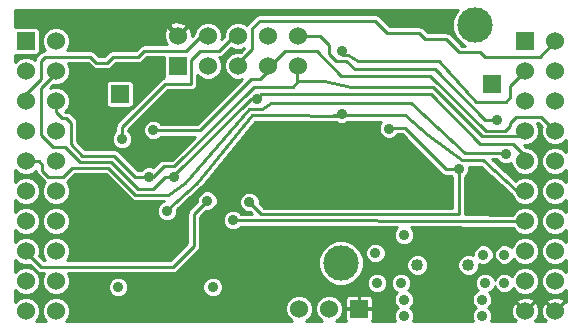
<source format=gbl>
G04 (created by PCBNEW (2013-07-07 BZR 4022)-stable) date 05/03/2014 08:07:49*
%MOIN*%
G04 Gerber Fmt 3.4, Leading zero omitted, Abs format*
%FSLAX34Y34*%
G01*
G70*
G90*
G04 APERTURE LIST*
%ADD10C,0.00590551*%
%ADD11R,0.06X0.06*%
%ADD12C,0.06*%
%ADD13C,0.11811*%
%ADD14C,0.04*%
%ADD15C,0.035*%
%ADD16C,0.01*%
%ADD17C,0.00984252*%
G04 APERTURE END LIST*
G54D10*
G54D11*
X81100Y-69900D03*
G54D12*
X80100Y-69900D03*
X79100Y-69900D03*
G54D11*
X85550Y-62400D03*
X73120Y-62740D03*
G54D13*
X80500Y-68375D03*
X84975Y-60450D03*
G54D14*
X83050Y-68450D03*
X84750Y-68450D03*
G54D15*
X73076Y-69181D03*
X76225Y-69181D03*
G54D11*
X75060Y-61800D03*
G54D12*
X75060Y-60800D03*
X76060Y-61800D03*
X76060Y-60800D03*
X77060Y-61800D03*
X77060Y-60800D03*
X78060Y-61800D03*
X78060Y-60800D03*
X79060Y-61800D03*
X79060Y-60800D03*
G54D11*
X70000Y-60984D03*
G54D12*
X71000Y-60984D03*
X70000Y-61984D03*
X71000Y-61984D03*
X70000Y-62984D03*
X71000Y-62984D03*
X70000Y-63984D03*
X71000Y-63984D03*
X70000Y-64984D03*
X71000Y-64984D03*
X70000Y-65984D03*
X71000Y-65984D03*
X70000Y-66984D03*
X71000Y-66984D03*
X70000Y-67984D03*
X71000Y-67984D03*
X70000Y-68984D03*
X71000Y-68984D03*
X70000Y-69984D03*
X71000Y-69984D03*
G54D11*
X86650Y-60984D03*
G54D12*
X87650Y-60984D03*
X86650Y-61984D03*
X87650Y-61984D03*
X86650Y-62984D03*
X87650Y-62984D03*
X86650Y-63984D03*
X87650Y-63984D03*
X86650Y-64984D03*
X87650Y-64984D03*
X86650Y-65984D03*
X87650Y-65984D03*
X86650Y-66984D03*
X87650Y-66984D03*
X86650Y-67984D03*
X87650Y-67984D03*
X86650Y-68984D03*
X87650Y-68984D03*
X86650Y-69984D03*
X87650Y-69984D03*
G54D15*
X73200Y-64250D03*
X80550Y-61300D03*
X85700Y-63600D03*
X86000Y-64750D03*
X76900Y-66950D03*
X74250Y-63950D03*
X77700Y-62900D03*
X74950Y-65500D03*
X74100Y-65500D03*
X80520Y-63400D03*
X74700Y-66650D03*
X82100Y-63900D03*
X84425Y-65250D03*
X76050Y-66300D03*
X77450Y-66350D03*
X82480Y-64620D03*
X80720Y-63860D03*
X72400Y-69500D03*
X77600Y-69500D03*
X77600Y-68500D03*
X71850Y-65550D03*
X77300Y-65050D03*
X77700Y-65450D03*
X71800Y-69500D03*
X72400Y-69000D03*
X77600Y-69000D03*
X78300Y-69500D03*
X83880Y-69880D03*
X87150Y-66500D03*
X74675Y-62975D03*
X77100Y-68200D03*
X78400Y-67600D03*
X72500Y-60550D03*
X72450Y-61300D03*
X76150Y-62975D03*
X85200Y-70150D03*
X85200Y-69600D03*
X81700Y-69050D03*
X82500Y-69050D03*
X82600Y-69600D03*
X82600Y-70150D03*
X82600Y-67450D03*
X85250Y-68100D03*
X85950Y-69050D03*
X85300Y-69050D03*
X85950Y-68100D03*
X81650Y-68050D03*
G54D16*
X76050Y-60800D02*
X75850Y-60800D01*
X72350Y-61700D02*
X72700Y-61700D01*
X72700Y-61700D02*
X72900Y-61500D01*
X72900Y-61500D02*
X73750Y-61500D01*
X72150Y-61500D02*
X72350Y-61700D01*
X70650Y-61500D02*
X72150Y-61500D01*
X70500Y-62250D02*
X70500Y-61650D01*
X70000Y-62750D02*
X70500Y-62250D01*
X70000Y-62750D02*
X70000Y-62984D01*
X70500Y-61650D02*
X70650Y-61500D01*
X73950Y-61300D02*
X73750Y-61500D01*
X75350Y-61300D02*
X73950Y-61300D01*
X75850Y-60800D02*
X75350Y-61300D01*
X77550Y-60650D02*
X77550Y-60550D01*
X87134Y-61500D02*
X87650Y-60984D01*
X85300Y-61500D02*
X87134Y-61500D01*
X85150Y-61350D02*
X85300Y-61500D01*
X84450Y-61350D02*
X85150Y-61350D01*
X84000Y-60900D02*
X84450Y-61350D01*
X83300Y-60900D02*
X84000Y-60900D01*
X83100Y-60700D02*
X83300Y-60900D01*
X82050Y-60700D02*
X83100Y-60700D01*
X81650Y-60300D02*
X82050Y-60700D01*
X77800Y-60300D02*
X81650Y-60300D01*
X77550Y-60550D02*
X77800Y-60300D01*
X77050Y-61800D02*
X77050Y-61750D01*
X77550Y-61250D02*
X77550Y-60650D01*
X77550Y-60650D02*
X77550Y-60630D01*
X77050Y-61750D02*
X77550Y-61250D01*
X75500Y-62400D02*
X74650Y-62400D01*
X76950Y-60800D02*
X76450Y-61300D01*
X76450Y-61300D02*
X75800Y-61300D01*
X75800Y-61300D02*
X75500Y-61600D01*
X75500Y-61600D02*
X75500Y-62400D01*
X76950Y-60800D02*
X77050Y-60800D01*
X73200Y-63850D02*
X73200Y-64250D01*
X74650Y-62400D02*
X73200Y-63850D01*
X81065Y-61634D02*
X83784Y-61634D01*
X86150Y-62484D02*
X86650Y-61984D01*
X86150Y-62850D02*
X86150Y-62484D01*
X86000Y-63000D02*
X86150Y-62850D01*
X85000Y-63000D02*
X86000Y-63000D01*
X83784Y-61634D02*
X85000Y-63000D01*
X80550Y-61300D02*
X80430Y-61300D01*
X80730Y-61450D02*
X81065Y-61634D01*
X80580Y-61450D02*
X80730Y-61450D01*
X80430Y-61300D02*
X80580Y-61450D01*
X81065Y-61634D02*
X81080Y-61650D01*
X79050Y-60800D02*
X79800Y-60800D01*
X83650Y-61900D02*
X80975Y-61900D01*
X83650Y-61900D02*
X85300Y-63600D01*
X85300Y-63600D02*
X85700Y-63600D01*
X80975Y-61900D02*
X80675Y-61650D01*
X80350Y-61650D02*
X80675Y-61650D01*
X80100Y-61400D02*
X80350Y-61650D01*
X80100Y-61100D02*
X80100Y-61400D01*
X79800Y-60800D02*
X80100Y-61100D01*
X85200Y-64700D02*
X85950Y-64700D01*
X82850Y-63050D02*
X84645Y-64700D01*
X84645Y-64700D02*
X85200Y-64700D01*
X78180Y-63050D02*
X81100Y-63050D01*
X77880Y-63250D02*
X78180Y-63050D01*
X77450Y-63250D02*
X77880Y-63250D01*
X75300Y-65700D02*
X77450Y-63250D01*
X81100Y-63050D02*
X82850Y-63050D01*
X85950Y-64700D02*
X86000Y-64750D01*
X70000Y-64984D02*
X70434Y-64984D01*
X74750Y-66100D02*
X75300Y-65700D01*
X73650Y-66100D02*
X74750Y-66100D01*
X72750Y-65200D02*
X73650Y-66100D01*
X71550Y-65200D02*
X72750Y-65200D01*
X71250Y-65500D02*
X71550Y-65200D01*
X70750Y-65500D02*
X71250Y-65500D01*
X70550Y-65300D02*
X70750Y-65500D01*
X70550Y-65100D02*
X70550Y-65300D01*
X70434Y-64984D02*
X70550Y-65100D01*
X76900Y-66950D02*
X86650Y-66984D01*
X79450Y-61300D02*
X79700Y-61300D01*
X78150Y-61800D02*
X78650Y-61300D01*
X78650Y-61300D02*
X79450Y-61300D01*
X78050Y-61800D02*
X78150Y-61800D01*
X87166Y-63500D02*
X87650Y-63984D01*
X86350Y-63500D02*
X87166Y-63500D01*
X86150Y-63700D02*
X86350Y-63500D01*
X86150Y-63800D02*
X86150Y-63700D01*
X85980Y-63969D02*
X86150Y-63800D01*
X85350Y-63969D02*
X85980Y-63969D01*
X83480Y-62150D02*
X85350Y-63969D01*
X80500Y-62150D02*
X83480Y-62150D01*
X79700Y-61300D02*
X80500Y-62150D01*
X78050Y-61800D02*
X78050Y-62000D01*
X75800Y-63950D02*
X74250Y-63950D01*
X77500Y-62250D02*
X75800Y-63950D01*
X77800Y-62250D02*
X77500Y-62250D01*
X78050Y-62000D02*
X77800Y-62250D01*
X74950Y-65500D02*
X74950Y-65450D01*
X77500Y-62900D02*
X77700Y-62900D01*
X74950Y-65450D02*
X77500Y-62900D01*
X86650Y-64984D02*
X86650Y-64800D01*
X86650Y-64800D02*
X86250Y-64400D01*
X86250Y-64400D02*
X85150Y-64400D01*
X85150Y-64400D02*
X83500Y-62750D01*
X83500Y-62750D02*
X77850Y-62750D01*
X77850Y-62750D02*
X77700Y-62900D01*
X70500Y-64100D02*
X70500Y-62550D01*
X74650Y-65500D02*
X74250Y-65900D01*
X74250Y-65900D02*
X73750Y-65900D01*
X73750Y-65900D02*
X72850Y-65000D01*
X72850Y-65000D02*
X71800Y-65000D01*
X71800Y-65000D02*
X71300Y-64500D01*
X71300Y-64500D02*
X70900Y-64500D01*
X70900Y-64500D02*
X70500Y-64100D01*
X74950Y-65500D02*
X74650Y-65500D01*
X70500Y-62550D02*
X71000Y-62050D01*
X74950Y-65500D02*
X75000Y-65500D01*
X80850Y-62500D02*
X79950Y-62300D01*
X86650Y-63984D02*
X86484Y-64150D01*
X85200Y-64150D02*
X86484Y-64150D01*
X83580Y-62530D02*
X85200Y-64150D01*
X80850Y-62500D02*
X83580Y-62530D01*
X79050Y-62310D02*
X79050Y-62350D01*
X79950Y-62300D02*
X79050Y-62310D01*
X74100Y-65500D02*
X74250Y-65500D01*
X79050Y-62350D02*
X79050Y-61800D01*
X78900Y-62500D02*
X79050Y-62350D01*
X77600Y-62500D02*
X78900Y-62500D01*
X74950Y-65150D02*
X77600Y-62500D01*
X74600Y-65150D02*
X74950Y-65150D01*
X74250Y-65500D02*
X74600Y-65150D01*
X79050Y-61800D02*
X79045Y-61800D01*
X71000Y-62984D02*
X71000Y-63350D01*
X73650Y-65500D02*
X74100Y-65500D01*
X72950Y-64800D02*
X73650Y-65500D01*
X71880Y-64800D02*
X72950Y-64800D01*
X71500Y-64419D02*
X71880Y-64800D01*
X71500Y-63700D02*
X71500Y-64419D01*
X71350Y-63550D02*
X71500Y-63700D01*
X71200Y-63550D02*
X71350Y-63550D01*
X71000Y-63350D02*
X71200Y-63550D01*
X77550Y-63450D02*
X78550Y-63450D01*
X75700Y-65700D02*
X77550Y-63450D01*
X74700Y-66600D02*
X75700Y-65700D01*
X86650Y-65984D02*
X86384Y-65984D01*
X84540Y-64950D02*
X83400Y-64100D01*
X85250Y-64950D02*
X84540Y-64950D01*
X86384Y-65984D02*
X85250Y-64950D01*
X78550Y-63450D02*
X80400Y-63470D01*
X80250Y-63450D02*
X82650Y-63450D01*
X80400Y-63470D02*
X80400Y-63450D01*
X80400Y-63450D02*
X80250Y-63450D01*
X82650Y-63450D02*
X83400Y-64100D01*
X83990Y-65250D02*
X84425Y-65250D01*
X82620Y-63880D02*
X83990Y-65250D01*
X82120Y-63880D02*
X82620Y-63880D01*
X82100Y-63900D02*
X82120Y-63880D01*
X84425Y-65250D02*
X84425Y-66750D01*
X70500Y-68500D02*
X74250Y-68500D01*
X70000Y-68000D02*
X70500Y-68500D01*
X74900Y-68500D02*
X74250Y-68500D01*
X75600Y-67800D02*
X74900Y-68500D01*
X75600Y-66750D02*
X75600Y-67800D01*
X76050Y-66300D02*
X75600Y-66750D01*
X78200Y-66750D02*
X77850Y-66750D01*
X77850Y-66750D02*
X77450Y-66350D01*
X84425Y-66750D02*
X78200Y-66750D01*
X83900Y-68250D02*
X83880Y-69880D01*
X84650Y-67500D02*
X83900Y-68250D01*
X86950Y-67500D02*
X84650Y-67500D01*
X87150Y-67300D02*
X86950Y-67500D01*
X87150Y-66500D02*
X87150Y-67300D01*
X77800Y-68200D02*
X77100Y-68200D01*
X78400Y-67600D02*
X77800Y-68200D01*
X72500Y-61250D02*
X72500Y-60550D01*
X72450Y-61300D02*
X72500Y-61250D01*
X74675Y-62975D02*
X76150Y-62975D01*
G54D10*
G36*
X77276Y-61216D02*
X77157Y-61334D01*
X77153Y-61332D01*
X76967Y-61332D01*
X76795Y-61403D01*
X76664Y-61534D01*
X76592Y-61706D01*
X76592Y-61892D01*
X76663Y-62064D01*
X76794Y-62195D01*
X76966Y-62267D01*
X77152Y-62267D01*
X77191Y-62251D01*
X75709Y-63732D01*
X74516Y-63732D01*
X74444Y-63659D01*
X74318Y-63607D01*
X74182Y-63607D01*
X74056Y-63659D01*
X73959Y-63755D01*
X73907Y-63881D01*
X73907Y-64017D01*
X73959Y-64143D01*
X74055Y-64240D01*
X74181Y-64292D01*
X74317Y-64292D01*
X74443Y-64240D01*
X74516Y-64167D01*
X75625Y-64167D01*
X74859Y-64932D01*
X74600Y-64932D01*
X74516Y-64949D01*
X74446Y-64996D01*
X74446Y-64996D01*
X74446Y-64996D01*
X74250Y-65191D01*
X74168Y-65157D01*
X74032Y-65157D01*
X73906Y-65209D01*
X73833Y-65282D01*
X73740Y-65282D01*
X73103Y-64646D01*
X73033Y-64599D01*
X72950Y-64582D01*
X71970Y-64582D01*
X71717Y-64329D01*
X71717Y-63700D01*
X71700Y-63616D01*
X71700Y-63616D01*
X71653Y-63546D01*
X71503Y-63396D01*
X71433Y-63349D01*
X71350Y-63332D01*
X71312Y-63332D01*
X71395Y-63249D01*
X71467Y-63077D01*
X71467Y-62891D01*
X71396Y-62719D01*
X71265Y-62588D01*
X71093Y-62516D01*
X70907Y-62516D01*
X70793Y-62563D01*
X70906Y-62451D01*
X70906Y-62451D01*
X71092Y-62451D01*
X71264Y-62380D01*
X71395Y-62249D01*
X71467Y-62077D01*
X71467Y-61891D01*
X71396Y-61719D01*
X71394Y-61717D01*
X72059Y-61717D01*
X72196Y-61853D01*
X72266Y-61900D01*
X72266Y-61900D01*
X72350Y-61917D01*
X72700Y-61917D01*
X72783Y-61900D01*
X72783Y-61900D01*
X72853Y-61853D01*
X72990Y-61717D01*
X73750Y-61717D01*
X73833Y-61700D01*
X73833Y-61700D01*
X73903Y-61653D01*
X74040Y-61517D01*
X74592Y-61517D01*
X74592Y-61533D01*
X74592Y-62133D01*
X74615Y-62189D01*
X74566Y-62199D01*
X74496Y-62246D01*
X73587Y-63155D01*
X73587Y-63006D01*
X73587Y-62406D01*
X73561Y-62345D01*
X73514Y-62298D01*
X73453Y-62272D01*
X73386Y-62272D01*
X72786Y-62272D01*
X72725Y-62298D01*
X72678Y-62345D01*
X72652Y-62406D01*
X72652Y-62473D01*
X72652Y-63073D01*
X72678Y-63134D01*
X72725Y-63181D01*
X72786Y-63207D01*
X72853Y-63207D01*
X73453Y-63207D01*
X73514Y-63181D01*
X73561Y-63134D01*
X73587Y-63073D01*
X73587Y-63006D01*
X73587Y-63155D01*
X73046Y-63696D01*
X72999Y-63766D01*
X72982Y-63850D01*
X72982Y-63983D01*
X72909Y-64055D01*
X72857Y-64181D01*
X72857Y-64317D01*
X72909Y-64443D01*
X73005Y-64540D01*
X73131Y-64592D01*
X73267Y-64592D01*
X73393Y-64540D01*
X73490Y-64444D01*
X73542Y-64318D01*
X73542Y-64182D01*
X73490Y-64056D01*
X73417Y-63983D01*
X73417Y-63940D01*
X74740Y-62617D01*
X75500Y-62617D01*
X75583Y-62600D01*
X75653Y-62553D01*
X75700Y-62483D01*
X75717Y-62400D01*
X75717Y-62118D01*
X75794Y-62195D01*
X75966Y-62267D01*
X76152Y-62267D01*
X76324Y-62196D01*
X76455Y-62065D01*
X76527Y-61893D01*
X76527Y-61707D01*
X76456Y-61535D01*
X76438Y-61517D01*
X76450Y-61517D01*
X76533Y-61500D01*
X76533Y-61500D01*
X76603Y-61453D01*
X76841Y-61215D01*
X76966Y-61267D01*
X77152Y-61267D01*
X77276Y-61216D01*
X77276Y-61216D01*
G37*
G54D17*
X77276Y-61216D02*
X77157Y-61334D01*
X77153Y-61332D01*
X76967Y-61332D01*
X76795Y-61403D01*
X76664Y-61534D01*
X76592Y-61706D01*
X76592Y-61892D01*
X76663Y-62064D01*
X76794Y-62195D01*
X76966Y-62267D01*
X77152Y-62267D01*
X77191Y-62251D01*
X75709Y-63732D01*
X74516Y-63732D01*
X74444Y-63659D01*
X74318Y-63607D01*
X74182Y-63607D01*
X74056Y-63659D01*
X73959Y-63755D01*
X73907Y-63881D01*
X73907Y-64017D01*
X73959Y-64143D01*
X74055Y-64240D01*
X74181Y-64292D01*
X74317Y-64292D01*
X74443Y-64240D01*
X74516Y-64167D01*
X75625Y-64167D01*
X74859Y-64932D01*
X74600Y-64932D01*
X74516Y-64949D01*
X74446Y-64996D01*
X74446Y-64996D01*
X74446Y-64996D01*
X74250Y-65191D01*
X74168Y-65157D01*
X74032Y-65157D01*
X73906Y-65209D01*
X73833Y-65282D01*
X73740Y-65282D01*
X73103Y-64646D01*
X73033Y-64599D01*
X72950Y-64582D01*
X71970Y-64582D01*
X71717Y-64329D01*
X71717Y-63700D01*
X71700Y-63616D01*
X71700Y-63616D01*
X71653Y-63546D01*
X71503Y-63396D01*
X71433Y-63349D01*
X71350Y-63332D01*
X71312Y-63332D01*
X71395Y-63249D01*
X71467Y-63077D01*
X71467Y-62891D01*
X71396Y-62719D01*
X71265Y-62588D01*
X71093Y-62516D01*
X70907Y-62516D01*
X70793Y-62563D01*
X70906Y-62451D01*
X70906Y-62451D01*
X71092Y-62451D01*
X71264Y-62380D01*
X71395Y-62249D01*
X71467Y-62077D01*
X71467Y-61891D01*
X71396Y-61719D01*
X71394Y-61717D01*
X72059Y-61717D01*
X72196Y-61853D01*
X72266Y-61900D01*
X72266Y-61900D01*
X72350Y-61917D01*
X72700Y-61917D01*
X72783Y-61900D01*
X72783Y-61900D01*
X72853Y-61853D01*
X72990Y-61717D01*
X73750Y-61717D01*
X73833Y-61700D01*
X73833Y-61700D01*
X73903Y-61653D01*
X74040Y-61517D01*
X74592Y-61517D01*
X74592Y-61533D01*
X74592Y-62133D01*
X74615Y-62189D01*
X74566Y-62199D01*
X74496Y-62246D01*
X73587Y-63155D01*
X73587Y-63006D01*
X73587Y-62406D01*
X73561Y-62345D01*
X73514Y-62298D01*
X73453Y-62272D01*
X73386Y-62272D01*
X72786Y-62272D01*
X72725Y-62298D01*
X72678Y-62345D01*
X72652Y-62406D01*
X72652Y-62473D01*
X72652Y-63073D01*
X72678Y-63134D01*
X72725Y-63181D01*
X72786Y-63207D01*
X72853Y-63207D01*
X73453Y-63207D01*
X73514Y-63181D01*
X73561Y-63134D01*
X73587Y-63073D01*
X73587Y-63006D01*
X73587Y-63155D01*
X73046Y-63696D01*
X72999Y-63766D01*
X72982Y-63850D01*
X72982Y-63983D01*
X72909Y-64055D01*
X72857Y-64181D01*
X72857Y-64317D01*
X72909Y-64443D01*
X73005Y-64540D01*
X73131Y-64592D01*
X73267Y-64592D01*
X73393Y-64540D01*
X73490Y-64444D01*
X73542Y-64318D01*
X73542Y-64182D01*
X73490Y-64056D01*
X73417Y-63983D01*
X73417Y-63940D01*
X74740Y-62617D01*
X75500Y-62617D01*
X75583Y-62600D01*
X75653Y-62553D01*
X75700Y-62483D01*
X75717Y-62400D01*
X75717Y-62118D01*
X75794Y-62195D01*
X75966Y-62267D01*
X76152Y-62267D01*
X76324Y-62196D01*
X76455Y-62065D01*
X76527Y-61893D01*
X76527Y-61707D01*
X76456Y-61535D01*
X76438Y-61517D01*
X76450Y-61517D01*
X76533Y-61500D01*
X76533Y-61500D01*
X76603Y-61453D01*
X76841Y-61215D01*
X76966Y-61267D01*
X77152Y-61267D01*
X77276Y-61216D01*
G54D10*
G36*
X84642Y-61132D02*
X84540Y-61132D01*
X84153Y-60746D01*
X84083Y-60699D01*
X84000Y-60682D01*
X83390Y-60682D01*
X83253Y-60546D01*
X83183Y-60499D01*
X83100Y-60482D01*
X82140Y-60482D01*
X81803Y-60146D01*
X81733Y-60099D01*
X81650Y-60082D01*
X77800Y-60082D01*
X77716Y-60099D01*
X77646Y-60146D01*
X77396Y-60396D01*
X77364Y-60443D01*
X77325Y-60404D01*
X77153Y-60332D01*
X76967Y-60332D01*
X76795Y-60403D01*
X76664Y-60534D01*
X76592Y-60706D01*
X76592Y-60850D01*
X76511Y-60931D01*
X76527Y-60893D01*
X76527Y-60707D01*
X76456Y-60535D01*
X76325Y-60404D01*
X76153Y-60332D01*
X75967Y-60332D01*
X75795Y-60403D01*
X75664Y-60534D01*
X75592Y-60706D01*
X75592Y-60749D01*
X75527Y-60815D01*
X75528Y-60715D01*
X75461Y-60542D01*
X75451Y-60527D01*
X75374Y-60499D01*
X75360Y-60513D01*
X75360Y-60485D01*
X75332Y-60408D01*
X75161Y-60334D01*
X74975Y-60331D01*
X74802Y-60398D01*
X74787Y-60408D01*
X74759Y-60485D01*
X75060Y-60786D01*
X75360Y-60485D01*
X75360Y-60513D01*
X75073Y-60800D01*
X75079Y-60805D01*
X75065Y-60819D01*
X75060Y-60813D01*
X75054Y-60819D01*
X75040Y-60805D01*
X75046Y-60800D01*
X74745Y-60499D01*
X74668Y-60527D01*
X74594Y-60698D01*
X74591Y-60884D01*
X74658Y-61057D01*
X74668Y-61072D01*
X74697Y-61082D01*
X73950Y-61082D01*
X73866Y-61099D01*
X73796Y-61146D01*
X73659Y-61282D01*
X72900Y-61282D01*
X72816Y-61299D01*
X72746Y-61346D01*
X72609Y-61482D01*
X72440Y-61482D01*
X72303Y-61346D01*
X72233Y-61299D01*
X72150Y-61282D01*
X71362Y-61282D01*
X71395Y-61249D01*
X71467Y-61077D01*
X71467Y-60891D01*
X71396Y-60719D01*
X71265Y-60588D01*
X71093Y-60516D01*
X70907Y-60516D01*
X70735Y-60587D01*
X70604Y-60718D01*
X70532Y-60890D01*
X70532Y-61076D01*
X70603Y-61248D01*
X70639Y-61284D01*
X70566Y-61299D01*
X70496Y-61346D01*
X70346Y-61496D01*
X70299Y-61566D01*
X70290Y-61613D01*
X70265Y-61588D01*
X70093Y-61516D01*
X69907Y-61516D01*
X69735Y-61587D01*
X69646Y-61676D01*
X69646Y-61443D01*
X69666Y-61451D01*
X69733Y-61451D01*
X70333Y-61451D01*
X70394Y-61425D01*
X70441Y-61378D01*
X70467Y-61317D01*
X70467Y-61250D01*
X70467Y-60650D01*
X70441Y-60589D01*
X70394Y-60542D01*
X70333Y-60516D01*
X70266Y-60516D01*
X69666Y-60516D01*
X69646Y-60524D01*
X69646Y-59946D01*
X84406Y-59946D01*
X84332Y-60020D01*
X84217Y-60298D01*
X84216Y-60600D01*
X84332Y-60878D01*
X84545Y-61092D01*
X84642Y-61132D01*
X84642Y-61132D01*
G37*
G54D17*
X84642Y-61132D02*
X84540Y-61132D01*
X84153Y-60746D01*
X84083Y-60699D01*
X84000Y-60682D01*
X83390Y-60682D01*
X83253Y-60546D01*
X83183Y-60499D01*
X83100Y-60482D01*
X82140Y-60482D01*
X81803Y-60146D01*
X81733Y-60099D01*
X81650Y-60082D01*
X77800Y-60082D01*
X77716Y-60099D01*
X77646Y-60146D01*
X77396Y-60396D01*
X77364Y-60443D01*
X77325Y-60404D01*
X77153Y-60332D01*
X76967Y-60332D01*
X76795Y-60403D01*
X76664Y-60534D01*
X76592Y-60706D01*
X76592Y-60850D01*
X76511Y-60931D01*
X76527Y-60893D01*
X76527Y-60707D01*
X76456Y-60535D01*
X76325Y-60404D01*
X76153Y-60332D01*
X75967Y-60332D01*
X75795Y-60403D01*
X75664Y-60534D01*
X75592Y-60706D01*
X75592Y-60749D01*
X75527Y-60815D01*
X75528Y-60715D01*
X75461Y-60542D01*
X75451Y-60527D01*
X75374Y-60499D01*
X75360Y-60513D01*
X75360Y-60485D01*
X75332Y-60408D01*
X75161Y-60334D01*
X74975Y-60331D01*
X74802Y-60398D01*
X74787Y-60408D01*
X74759Y-60485D01*
X75060Y-60786D01*
X75360Y-60485D01*
X75360Y-60513D01*
X75073Y-60800D01*
X75079Y-60805D01*
X75065Y-60819D01*
X75060Y-60813D01*
X75054Y-60819D01*
X75040Y-60805D01*
X75046Y-60800D01*
X74745Y-60499D01*
X74668Y-60527D01*
X74594Y-60698D01*
X74591Y-60884D01*
X74658Y-61057D01*
X74668Y-61072D01*
X74697Y-61082D01*
X73950Y-61082D01*
X73866Y-61099D01*
X73796Y-61146D01*
X73659Y-61282D01*
X72900Y-61282D01*
X72816Y-61299D01*
X72746Y-61346D01*
X72609Y-61482D01*
X72440Y-61482D01*
X72303Y-61346D01*
X72233Y-61299D01*
X72150Y-61282D01*
X71362Y-61282D01*
X71395Y-61249D01*
X71467Y-61077D01*
X71467Y-60891D01*
X71396Y-60719D01*
X71265Y-60588D01*
X71093Y-60516D01*
X70907Y-60516D01*
X70735Y-60587D01*
X70604Y-60718D01*
X70532Y-60890D01*
X70532Y-61076D01*
X70603Y-61248D01*
X70639Y-61284D01*
X70566Y-61299D01*
X70496Y-61346D01*
X70346Y-61496D01*
X70299Y-61566D01*
X70290Y-61613D01*
X70265Y-61588D01*
X70093Y-61516D01*
X69907Y-61516D01*
X69735Y-61587D01*
X69646Y-61676D01*
X69646Y-61443D01*
X69666Y-61451D01*
X69733Y-61451D01*
X70333Y-61451D01*
X70394Y-61425D01*
X70441Y-61378D01*
X70467Y-61317D01*
X70467Y-61250D01*
X70467Y-60650D01*
X70441Y-60589D01*
X70394Y-60542D01*
X70333Y-60516D01*
X70266Y-60516D01*
X69666Y-60516D01*
X69646Y-60524D01*
X69646Y-59946D01*
X84406Y-59946D01*
X84332Y-60020D01*
X84217Y-60298D01*
X84216Y-60600D01*
X84332Y-60878D01*
X84545Y-61092D01*
X84642Y-61132D01*
G54D10*
G36*
X88003Y-69697D02*
X87964Y-69683D01*
X87950Y-69697D01*
X87950Y-69669D01*
X87922Y-69592D01*
X87751Y-69518D01*
X87565Y-69515D01*
X87392Y-69582D01*
X87377Y-69592D01*
X87349Y-69669D01*
X87650Y-69970D01*
X87950Y-69669D01*
X87950Y-69697D01*
X87663Y-69984D01*
X87669Y-69989D01*
X87655Y-70003D01*
X87650Y-69997D01*
X87644Y-70003D01*
X87636Y-69995D01*
X87630Y-69989D01*
X87636Y-69984D01*
X87335Y-69683D01*
X87258Y-69711D01*
X87184Y-69882D01*
X87181Y-70068D01*
X87248Y-70241D01*
X87258Y-70256D01*
X87335Y-70284D01*
X87316Y-70303D01*
X87118Y-70303D01*
X86983Y-70303D01*
X86964Y-70284D01*
X87041Y-70256D01*
X87115Y-70085D01*
X87118Y-69899D01*
X87051Y-69726D01*
X87041Y-69711D01*
X86964Y-69683D01*
X86950Y-69697D01*
X86950Y-69669D01*
X86922Y-69592D01*
X86751Y-69518D01*
X86565Y-69515D01*
X86392Y-69582D01*
X86377Y-69592D01*
X86349Y-69669D01*
X86650Y-69970D01*
X86950Y-69669D01*
X86950Y-69697D01*
X86663Y-69984D01*
X86669Y-69989D01*
X86655Y-70003D01*
X86650Y-69997D01*
X86644Y-70003D01*
X86636Y-69995D01*
X86630Y-69989D01*
X86636Y-69984D01*
X86335Y-69683D01*
X86258Y-69711D01*
X86184Y-69882D01*
X86181Y-70068D01*
X86248Y-70241D01*
X86258Y-70256D01*
X86335Y-70284D01*
X86316Y-70303D01*
X85507Y-70303D01*
X85542Y-70218D01*
X85542Y-70082D01*
X85490Y-69956D01*
X85409Y-69874D01*
X85490Y-69794D01*
X85542Y-69668D01*
X85542Y-69532D01*
X85490Y-69406D01*
X85444Y-69360D01*
X85493Y-69340D01*
X85590Y-69244D01*
X85625Y-69159D01*
X85659Y-69243D01*
X85755Y-69340D01*
X85881Y-69392D01*
X86017Y-69392D01*
X86143Y-69340D01*
X86240Y-69244D01*
X86245Y-69229D01*
X86253Y-69248D01*
X86384Y-69379D01*
X86556Y-69451D01*
X86742Y-69451D01*
X86914Y-69380D01*
X87045Y-69249D01*
X87117Y-69077D01*
X87117Y-68891D01*
X87117Y-67891D01*
X87046Y-67719D01*
X86915Y-67588D01*
X86743Y-67516D01*
X86557Y-67516D01*
X86385Y-67587D01*
X86254Y-67718D01*
X86195Y-67860D01*
X86144Y-67809D01*
X86018Y-67757D01*
X85882Y-67757D01*
X85756Y-67809D01*
X85659Y-67905D01*
X85607Y-68031D01*
X85607Y-68167D01*
X85659Y-68293D01*
X85755Y-68390D01*
X85881Y-68442D01*
X86017Y-68442D01*
X86143Y-68390D01*
X86240Y-68294D01*
X86257Y-68252D01*
X86384Y-68379D01*
X86556Y-68451D01*
X86742Y-68451D01*
X86914Y-68380D01*
X87045Y-68249D01*
X87117Y-68077D01*
X87117Y-67891D01*
X87117Y-68891D01*
X87046Y-68719D01*
X86915Y-68588D01*
X86743Y-68516D01*
X86557Y-68516D01*
X86385Y-68587D01*
X86254Y-68718D01*
X86209Y-68825D01*
X86144Y-68759D01*
X86018Y-68707D01*
X85882Y-68707D01*
X85756Y-68759D01*
X85659Y-68855D01*
X85624Y-68940D01*
X85592Y-68861D01*
X85592Y-68032D01*
X85540Y-67906D01*
X85444Y-67809D01*
X85318Y-67757D01*
X85182Y-67757D01*
X85056Y-67809D01*
X84959Y-67905D01*
X84907Y-68031D01*
X84907Y-68117D01*
X84823Y-68082D01*
X84677Y-68082D01*
X84542Y-68138D01*
X84438Y-68241D01*
X84382Y-68376D01*
X84382Y-68522D01*
X84438Y-68657D01*
X84541Y-68761D01*
X84676Y-68817D01*
X84822Y-68817D01*
X84957Y-68761D01*
X85061Y-68658D01*
X85117Y-68523D01*
X85117Y-68415D01*
X85181Y-68442D01*
X85317Y-68442D01*
X85443Y-68390D01*
X85540Y-68294D01*
X85592Y-68168D01*
X85592Y-68032D01*
X85592Y-68861D01*
X85590Y-68856D01*
X85494Y-68759D01*
X85368Y-68707D01*
X85232Y-68707D01*
X85106Y-68759D01*
X85009Y-68855D01*
X84957Y-68981D01*
X84957Y-69117D01*
X85009Y-69243D01*
X85055Y-69289D01*
X85006Y-69309D01*
X84909Y-69405D01*
X84857Y-69531D01*
X84857Y-69667D01*
X84909Y-69793D01*
X84990Y-69875D01*
X84909Y-69955D01*
X84857Y-70081D01*
X84857Y-70217D01*
X84892Y-70303D01*
X83417Y-70303D01*
X83417Y-68377D01*
X83361Y-68242D01*
X83258Y-68138D01*
X83123Y-68082D01*
X82977Y-68082D01*
X82842Y-68138D01*
X82738Y-68241D01*
X82682Y-68376D01*
X82682Y-68522D01*
X82738Y-68657D01*
X82841Y-68761D01*
X82976Y-68817D01*
X83122Y-68817D01*
X83257Y-68761D01*
X83361Y-68658D01*
X83417Y-68523D01*
X83417Y-68377D01*
X83417Y-70303D01*
X82907Y-70303D01*
X82942Y-70218D01*
X82942Y-70082D01*
X82890Y-69956D01*
X82809Y-69874D01*
X82890Y-69794D01*
X82942Y-69668D01*
X82942Y-69532D01*
X82890Y-69406D01*
X82794Y-69309D01*
X82744Y-69289D01*
X82790Y-69244D01*
X82842Y-69118D01*
X82842Y-68982D01*
X82790Y-68856D01*
X82694Y-68759D01*
X82568Y-68707D01*
X82432Y-68707D01*
X82306Y-68759D01*
X82209Y-68855D01*
X82157Y-68981D01*
X82157Y-69117D01*
X82209Y-69243D01*
X82305Y-69340D01*
X82355Y-69360D01*
X82309Y-69405D01*
X82257Y-69531D01*
X82257Y-69667D01*
X82309Y-69793D01*
X82390Y-69875D01*
X82309Y-69955D01*
X82257Y-70081D01*
X82257Y-70217D01*
X82292Y-70303D01*
X82042Y-70303D01*
X82042Y-68982D01*
X81992Y-68861D01*
X81992Y-67982D01*
X81940Y-67856D01*
X81844Y-67759D01*
X81718Y-67707D01*
X81582Y-67707D01*
X81456Y-67759D01*
X81359Y-67855D01*
X81307Y-67981D01*
X81307Y-68117D01*
X81359Y-68243D01*
X81455Y-68340D01*
X81581Y-68392D01*
X81717Y-68392D01*
X81843Y-68340D01*
X81940Y-68244D01*
X81992Y-68118D01*
X81992Y-67982D01*
X81992Y-68861D01*
X81990Y-68856D01*
X81894Y-68759D01*
X81768Y-68707D01*
X81632Y-68707D01*
X81506Y-68759D01*
X81409Y-68855D01*
X81357Y-68981D01*
X81357Y-69117D01*
X81409Y-69243D01*
X81505Y-69340D01*
X81631Y-69392D01*
X81767Y-69392D01*
X81893Y-69340D01*
X81990Y-69244D01*
X82042Y-69118D01*
X82042Y-68982D01*
X82042Y-70303D01*
X81533Y-70303D01*
X81541Y-70294D01*
X81567Y-70233D01*
X81567Y-70166D01*
X81567Y-69633D01*
X81567Y-69566D01*
X81541Y-69505D01*
X81494Y-69458D01*
X81433Y-69432D01*
X81258Y-69432D01*
X81258Y-68224D01*
X81142Y-67946D01*
X80929Y-67732D01*
X80651Y-67617D01*
X80349Y-67616D01*
X80071Y-67732D01*
X79857Y-67945D01*
X79742Y-68223D01*
X79741Y-68525D01*
X79857Y-68803D01*
X80070Y-69017D01*
X80348Y-69132D01*
X80650Y-69133D01*
X80928Y-69017D01*
X81142Y-68804D01*
X81257Y-68526D01*
X81258Y-68224D01*
X81258Y-69432D01*
X81151Y-69432D01*
X81109Y-69474D01*
X81109Y-69890D01*
X81525Y-69890D01*
X81567Y-69848D01*
X81567Y-69633D01*
X81567Y-70166D01*
X81567Y-69951D01*
X81525Y-69909D01*
X81109Y-69909D01*
X81109Y-69917D01*
X81090Y-69917D01*
X81090Y-69909D01*
X81090Y-69890D01*
X81090Y-69474D01*
X81048Y-69432D01*
X80766Y-69432D01*
X80705Y-69458D01*
X80658Y-69505D01*
X80632Y-69566D01*
X80632Y-69633D01*
X80632Y-69848D01*
X80674Y-69890D01*
X81090Y-69890D01*
X81090Y-69909D01*
X80674Y-69909D01*
X80632Y-69951D01*
X80632Y-70166D01*
X80632Y-70233D01*
X80658Y-70294D01*
X80666Y-70303D01*
X80348Y-70303D01*
X80364Y-70296D01*
X80495Y-70165D01*
X80567Y-69993D01*
X80567Y-69807D01*
X80496Y-69635D01*
X80365Y-69504D01*
X80193Y-69432D01*
X80007Y-69432D01*
X79835Y-69503D01*
X79704Y-69634D01*
X79632Y-69806D01*
X79632Y-69992D01*
X79703Y-70164D01*
X79834Y-70295D01*
X79852Y-70303D01*
X79348Y-70303D01*
X79364Y-70296D01*
X79495Y-70165D01*
X79567Y-69993D01*
X79567Y-69807D01*
X79496Y-69635D01*
X79365Y-69504D01*
X79193Y-69432D01*
X79007Y-69432D01*
X78835Y-69503D01*
X78704Y-69634D01*
X78632Y-69806D01*
X78632Y-69992D01*
X78703Y-70164D01*
X78834Y-70295D01*
X78852Y-70303D01*
X76568Y-70303D01*
X76568Y-69113D01*
X76516Y-68987D01*
X76420Y-68891D01*
X76294Y-68839D01*
X76158Y-68838D01*
X76032Y-68890D01*
X75935Y-68987D01*
X75883Y-69112D01*
X75883Y-69249D01*
X75935Y-69374D01*
X76031Y-69471D01*
X76157Y-69523D01*
X76293Y-69523D01*
X76419Y-69471D01*
X76516Y-69375D01*
X76568Y-69249D01*
X76568Y-69113D01*
X76568Y-70303D01*
X73418Y-70303D01*
X73418Y-69113D01*
X73366Y-68987D01*
X73270Y-68891D01*
X73144Y-68839D01*
X73008Y-68838D01*
X72882Y-68890D01*
X72786Y-68987D01*
X72734Y-69112D01*
X72733Y-69249D01*
X72786Y-69374D01*
X72882Y-69471D01*
X73007Y-69523D01*
X73144Y-69523D01*
X73270Y-69471D01*
X73366Y-69375D01*
X73418Y-69249D01*
X73418Y-69113D01*
X73418Y-70303D01*
X71341Y-70303D01*
X71395Y-70249D01*
X71467Y-70077D01*
X71467Y-69891D01*
X71396Y-69719D01*
X71265Y-69588D01*
X71093Y-69516D01*
X70907Y-69516D01*
X70735Y-69587D01*
X70604Y-69718D01*
X70532Y-69890D01*
X70532Y-70076D01*
X70603Y-70248D01*
X70658Y-70303D01*
X70341Y-70303D01*
X70395Y-70249D01*
X70467Y-70077D01*
X70467Y-69891D01*
X70396Y-69719D01*
X70265Y-69588D01*
X70093Y-69516D01*
X69907Y-69516D01*
X69735Y-69587D01*
X69646Y-69676D01*
X69646Y-69291D01*
X69734Y-69379D01*
X69906Y-69451D01*
X70092Y-69451D01*
X70264Y-69380D01*
X70395Y-69249D01*
X70467Y-69077D01*
X70467Y-68891D01*
X70396Y-68719D01*
X70265Y-68588D01*
X70093Y-68516D01*
X69907Y-68516D01*
X69735Y-68587D01*
X69646Y-68676D01*
X69646Y-68291D01*
X69734Y-68379D01*
X69906Y-68451D01*
X70092Y-68451D01*
X70129Y-68436D01*
X70346Y-68653D01*
X70416Y-68700D01*
X70416Y-68700D01*
X70500Y-68717D01*
X70605Y-68717D01*
X70604Y-68718D01*
X70532Y-68890D01*
X70532Y-69076D01*
X70603Y-69248D01*
X70734Y-69379D01*
X70906Y-69451D01*
X71092Y-69451D01*
X71264Y-69380D01*
X71395Y-69249D01*
X71467Y-69077D01*
X71467Y-68891D01*
X71396Y-68719D01*
X71394Y-68717D01*
X74250Y-68717D01*
X74900Y-68717D01*
X74983Y-68700D01*
X74983Y-68700D01*
X75053Y-68653D01*
X75753Y-67953D01*
X75753Y-67953D01*
X75753Y-67953D01*
X75800Y-67883D01*
X75800Y-67883D01*
X75814Y-67816D01*
X75817Y-67800D01*
X75817Y-67800D01*
X75817Y-67800D01*
X75817Y-66840D01*
X76015Y-66642D01*
X76117Y-66642D01*
X76243Y-66590D01*
X76340Y-66494D01*
X76392Y-66368D01*
X76392Y-66232D01*
X76340Y-66106D01*
X76244Y-66009D01*
X76118Y-65957D01*
X75982Y-65957D01*
X75856Y-66009D01*
X75759Y-66105D01*
X75707Y-66231D01*
X75707Y-66335D01*
X75446Y-66596D01*
X75399Y-66666D01*
X75382Y-66750D01*
X75382Y-67709D01*
X74809Y-68282D01*
X74250Y-68282D01*
X71362Y-68282D01*
X71395Y-68249D01*
X71467Y-68077D01*
X71467Y-67891D01*
X71467Y-66891D01*
X71396Y-66719D01*
X71265Y-66588D01*
X71093Y-66516D01*
X70907Y-66516D01*
X70735Y-66587D01*
X70604Y-66718D01*
X70532Y-66890D01*
X70532Y-67076D01*
X70603Y-67248D01*
X70734Y-67379D01*
X70906Y-67451D01*
X71092Y-67451D01*
X71264Y-67380D01*
X71395Y-67249D01*
X71467Y-67077D01*
X71467Y-66891D01*
X71467Y-67891D01*
X71396Y-67719D01*
X71265Y-67588D01*
X71093Y-67516D01*
X70907Y-67516D01*
X70735Y-67587D01*
X70604Y-67718D01*
X70532Y-67890D01*
X70532Y-68076D01*
X70603Y-68248D01*
X70637Y-68282D01*
X70590Y-68282D01*
X70443Y-68135D01*
X70467Y-68077D01*
X70467Y-67891D01*
X70396Y-67719D01*
X70265Y-67588D01*
X70093Y-67516D01*
X69907Y-67516D01*
X69735Y-67587D01*
X69646Y-67676D01*
X69646Y-67291D01*
X69734Y-67379D01*
X69906Y-67451D01*
X70092Y-67451D01*
X70264Y-67380D01*
X70395Y-67249D01*
X70467Y-67077D01*
X70467Y-66891D01*
X70396Y-66719D01*
X70265Y-66588D01*
X70093Y-66516D01*
X69907Y-66516D01*
X69735Y-66587D01*
X69646Y-66676D01*
X69646Y-66291D01*
X69734Y-66379D01*
X69906Y-66451D01*
X70092Y-66451D01*
X70264Y-66380D01*
X70395Y-66249D01*
X70467Y-66077D01*
X70467Y-65891D01*
X70396Y-65719D01*
X70265Y-65588D01*
X70093Y-65516D01*
X69907Y-65516D01*
X69735Y-65587D01*
X69646Y-65676D01*
X69646Y-65291D01*
X69734Y-65379D01*
X69906Y-65451D01*
X70092Y-65451D01*
X70264Y-65380D01*
X70334Y-65310D01*
X70349Y-65383D01*
X70396Y-65453D01*
X70596Y-65653D01*
X70640Y-65682D01*
X70604Y-65718D01*
X70532Y-65890D01*
X70532Y-66076D01*
X70603Y-66248D01*
X70734Y-66379D01*
X70906Y-66451D01*
X71092Y-66451D01*
X71264Y-66380D01*
X71395Y-66249D01*
X71467Y-66077D01*
X71467Y-65891D01*
X71396Y-65719D01*
X71359Y-65682D01*
X71403Y-65653D01*
X71640Y-65417D01*
X72659Y-65417D01*
X73496Y-66253D01*
X73566Y-66300D01*
X73566Y-66300D01*
X73650Y-66317D01*
X74608Y-66317D01*
X74506Y-66359D01*
X74409Y-66455D01*
X74357Y-66581D01*
X74357Y-66717D01*
X74409Y-66843D01*
X74505Y-66940D01*
X74631Y-66992D01*
X74767Y-66992D01*
X74893Y-66940D01*
X74990Y-66844D01*
X75042Y-66718D01*
X75042Y-66584D01*
X75845Y-65861D01*
X75854Y-65849D01*
X75867Y-65837D01*
X77650Y-63667D01*
X78548Y-63667D01*
X80321Y-63685D01*
X80325Y-63690D01*
X80451Y-63742D01*
X80587Y-63742D01*
X80713Y-63690D01*
X80736Y-63667D01*
X81848Y-63667D01*
X81809Y-63705D01*
X81757Y-63831D01*
X81757Y-63967D01*
X81809Y-64093D01*
X81905Y-64190D01*
X82031Y-64242D01*
X82167Y-64242D01*
X82293Y-64190D01*
X82386Y-64097D01*
X82529Y-64097D01*
X83836Y-65403D01*
X83906Y-65450D01*
X83906Y-65450D01*
X83990Y-65467D01*
X84158Y-65467D01*
X84207Y-65516D01*
X84207Y-66532D01*
X78200Y-66532D01*
X77940Y-66532D01*
X77792Y-66384D01*
X77792Y-66282D01*
X77740Y-66156D01*
X77644Y-66059D01*
X77518Y-66007D01*
X77382Y-66007D01*
X77256Y-66059D01*
X77159Y-66155D01*
X77107Y-66281D01*
X77107Y-66417D01*
X77159Y-66543D01*
X77255Y-66640D01*
X77381Y-66692D01*
X77485Y-66692D01*
X77527Y-66734D01*
X77167Y-66733D01*
X77094Y-66659D01*
X76968Y-66607D01*
X76832Y-66607D01*
X76706Y-66659D01*
X76609Y-66755D01*
X76557Y-66881D01*
X76557Y-67017D01*
X76609Y-67143D01*
X76705Y-67240D01*
X76831Y-67292D01*
X76967Y-67292D01*
X77093Y-67240D01*
X77165Y-67168D01*
X82379Y-67186D01*
X82309Y-67255D01*
X82257Y-67381D01*
X82257Y-67517D01*
X82309Y-67643D01*
X82405Y-67740D01*
X82531Y-67792D01*
X82667Y-67792D01*
X82793Y-67740D01*
X82890Y-67644D01*
X82942Y-67518D01*
X82942Y-67382D01*
X82890Y-67256D01*
X82822Y-67187D01*
X86233Y-67199D01*
X86253Y-67248D01*
X86384Y-67379D01*
X86556Y-67451D01*
X86742Y-67451D01*
X86914Y-67380D01*
X87045Y-67249D01*
X87117Y-67077D01*
X87117Y-66891D01*
X87046Y-66719D01*
X86915Y-66588D01*
X86743Y-66516D01*
X86557Y-66516D01*
X86385Y-66587D01*
X86254Y-66718D01*
X86234Y-66765D01*
X84640Y-66759D01*
X84642Y-66750D01*
X84642Y-65516D01*
X84715Y-65444D01*
X84767Y-65318D01*
X84767Y-65182D01*
X84761Y-65167D01*
X85165Y-65167D01*
X86195Y-66107D01*
X86253Y-66248D01*
X86384Y-66379D01*
X86556Y-66451D01*
X86742Y-66451D01*
X86914Y-66380D01*
X87045Y-66249D01*
X87117Y-66077D01*
X87117Y-65891D01*
X87046Y-65719D01*
X86915Y-65588D01*
X86743Y-65516D01*
X86557Y-65516D01*
X86385Y-65587D01*
X86330Y-65642D01*
X85536Y-64917D01*
X85698Y-64917D01*
X85709Y-64943D01*
X85805Y-65040D01*
X85931Y-65092D01*
X86067Y-65092D01*
X86182Y-65044D01*
X86182Y-65076D01*
X86253Y-65248D01*
X86384Y-65379D01*
X86556Y-65451D01*
X86742Y-65451D01*
X86914Y-65380D01*
X87045Y-65249D01*
X87117Y-65077D01*
X87117Y-64891D01*
X87046Y-64719D01*
X86915Y-64588D01*
X86743Y-64516D01*
X86674Y-64516D01*
X86608Y-64451D01*
X86742Y-64451D01*
X86914Y-64380D01*
X87045Y-64249D01*
X87117Y-64077D01*
X87117Y-63891D01*
X87046Y-63719D01*
X87044Y-63717D01*
X87075Y-63717D01*
X87202Y-63843D01*
X87182Y-63890D01*
X87182Y-64076D01*
X87253Y-64248D01*
X87384Y-64379D01*
X87556Y-64451D01*
X87742Y-64451D01*
X87914Y-64380D01*
X88003Y-64291D01*
X88003Y-64676D01*
X87915Y-64588D01*
X87743Y-64516D01*
X87557Y-64516D01*
X87385Y-64587D01*
X87254Y-64718D01*
X87182Y-64890D01*
X87182Y-65076D01*
X87253Y-65248D01*
X87384Y-65379D01*
X87556Y-65451D01*
X87742Y-65451D01*
X87914Y-65380D01*
X88003Y-65291D01*
X88003Y-65676D01*
X87915Y-65588D01*
X87743Y-65516D01*
X87557Y-65516D01*
X87385Y-65587D01*
X87254Y-65718D01*
X87182Y-65890D01*
X87182Y-66076D01*
X87253Y-66248D01*
X87384Y-66379D01*
X87556Y-66451D01*
X87742Y-66451D01*
X87914Y-66380D01*
X88003Y-66291D01*
X88003Y-66676D01*
X87915Y-66588D01*
X87743Y-66516D01*
X87557Y-66516D01*
X87385Y-66587D01*
X87254Y-66718D01*
X87182Y-66890D01*
X87182Y-67076D01*
X87253Y-67248D01*
X87384Y-67379D01*
X87556Y-67451D01*
X87742Y-67451D01*
X87914Y-67380D01*
X88003Y-67291D01*
X88003Y-67676D01*
X87915Y-67588D01*
X87743Y-67516D01*
X87557Y-67516D01*
X87385Y-67587D01*
X87254Y-67718D01*
X87182Y-67890D01*
X87182Y-68076D01*
X87253Y-68248D01*
X87384Y-68379D01*
X87556Y-68451D01*
X87742Y-68451D01*
X87914Y-68380D01*
X88003Y-68291D01*
X88003Y-68676D01*
X87915Y-68588D01*
X87743Y-68516D01*
X87557Y-68516D01*
X87385Y-68587D01*
X87254Y-68718D01*
X87182Y-68890D01*
X87182Y-69076D01*
X87253Y-69248D01*
X87384Y-69379D01*
X87556Y-69451D01*
X87742Y-69451D01*
X87914Y-69380D01*
X88003Y-69291D01*
X88003Y-69697D01*
X88003Y-69697D01*
G37*
G54D17*
X88003Y-69697D02*
X87964Y-69683D01*
X87950Y-69697D01*
X87950Y-69669D01*
X87922Y-69592D01*
X87751Y-69518D01*
X87565Y-69515D01*
X87392Y-69582D01*
X87377Y-69592D01*
X87349Y-69669D01*
X87650Y-69970D01*
X87950Y-69669D01*
X87950Y-69697D01*
X87663Y-69984D01*
X87669Y-69989D01*
X87655Y-70003D01*
X87650Y-69997D01*
X87644Y-70003D01*
X87636Y-69995D01*
X87630Y-69989D01*
X87636Y-69984D01*
X87335Y-69683D01*
X87258Y-69711D01*
X87184Y-69882D01*
X87181Y-70068D01*
X87248Y-70241D01*
X87258Y-70256D01*
X87335Y-70284D01*
X87316Y-70303D01*
X87118Y-70303D01*
X86983Y-70303D01*
X86964Y-70284D01*
X87041Y-70256D01*
X87115Y-70085D01*
X87118Y-69899D01*
X87051Y-69726D01*
X87041Y-69711D01*
X86964Y-69683D01*
X86950Y-69697D01*
X86950Y-69669D01*
X86922Y-69592D01*
X86751Y-69518D01*
X86565Y-69515D01*
X86392Y-69582D01*
X86377Y-69592D01*
X86349Y-69669D01*
X86650Y-69970D01*
X86950Y-69669D01*
X86950Y-69697D01*
X86663Y-69984D01*
X86669Y-69989D01*
X86655Y-70003D01*
X86650Y-69997D01*
X86644Y-70003D01*
X86636Y-69995D01*
X86630Y-69989D01*
X86636Y-69984D01*
X86335Y-69683D01*
X86258Y-69711D01*
X86184Y-69882D01*
X86181Y-70068D01*
X86248Y-70241D01*
X86258Y-70256D01*
X86335Y-70284D01*
X86316Y-70303D01*
X85507Y-70303D01*
X85542Y-70218D01*
X85542Y-70082D01*
X85490Y-69956D01*
X85409Y-69874D01*
X85490Y-69794D01*
X85542Y-69668D01*
X85542Y-69532D01*
X85490Y-69406D01*
X85444Y-69360D01*
X85493Y-69340D01*
X85590Y-69244D01*
X85625Y-69159D01*
X85659Y-69243D01*
X85755Y-69340D01*
X85881Y-69392D01*
X86017Y-69392D01*
X86143Y-69340D01*
X86240Y-69244D01*
X86245Y-69229D01*
X86253Y-69248D01*
X86384Y-69379D01*
X86556Y-69451D01*
X86742Y-69451D01*
X86914Y-69380D01*
X87045Y-69249D01*
X87117Y-69077D01*
X87117Y-68891D01*
X87117Y-67891D01*
X87046Y-67719D01*
X86915Y-67588D01*
X86743Y-67516D01*
X86557Y-67516D01*
X86385Y-67587D01*
X86254Y-67718D01*
X86195Y-67860D01*
X86144Y-67809D01*
X86018Y-67757D01*
X85882Y-67757D01*
X85756Y-67809D01*
X85659Y-67905D01*
X85607Y-68031D01*
X85607Y-68167D01*
X85659Y-68293D01*
X85755Y-68390D01*
X85881Y-68442D01*
X86017Y-68442D01*
X86143Y-68390D01*
X86240Y-68294D01*
X86257Y-68252D01*
X86384Y-68379D01*
X86556Y-68451D01*
X86742Y-68451D01*
X86914Y-68380D01*
X87045Y-68249D01*
X87117Y-68077D01*
X87117Y-67891D01*
X87117Y-68891D01*
X87046Y-68719D01*
X86915Y-68588D01*
X86743Y-68516D01*
X86557Y-68516D01*
X86385Y-68587D01*
X86254Y-68718D01*
X86209Y-68825D01*
X86144Y-68759D01*
X86018Y-68707D01*
X85882Y-68707D01*
X85756Y-68759D01*
X85659Y-68855D01*
X85624Y-68940D01*
X85592Y-68861D01*
X85592Y-68032D01*
X85540Y-67906D01*
X85444Y-67809D01*
X85318Y-67757D01*
X85182Y-67757D01*
X85056Y-67809D01*
X84959Y-67905D01*
X84907Y-68031D01*
X84907Y-68117D01*
X84823Y-68082D01*
X84677Y-68082D01*
X84542Y-68138D01*
X84438Y-68241D01*
X84382Y-68376D01*
X84382Y-68522D01*
X84438Y-68657D01*
X84541Y-68761D01*
X84676Y-68817D01*
X84822Y-68817D01*
X84957Y-68761D01*
X85061Y-68658D01*
X85117Y-68523D01*
X85117Y-68415D01*
X85181Y-68442D01*
X85317Y-68442D01*
X85443Y-68390D01*
X85540Y-68294D01*
X85592Y-68168D01*
X85592Y-68032D01*
X85592Y-68861D01*
X85590Y-68856D01*
X85494Y-68759D01*
X85368Y-68707D01*
X85232Y-68707D01*
X85106Y-68759D01*
X85009Y-68855D01*
X84957Y-68981D01*
X84957Y-69117D01*
X85009Y-69243D01*
X85055Y-69289D01*
X85006Y-69309D01*
X84909Y-69405D01*
X84857Y-69531D01*
X84857Y-69667D01*
X84909Y-69793D01*
X84990Y-69875D01*
X84909Y-69955D01*
X84857Y-70081D01*
X84857Y-70217D01*
X84892Y-70303D01*
X83417Y-70303D01*
X83417Y-68377D01*
X83361Y-68242D01*
X83258Y-68138D01*
X83123Y-68082D01*
X82977Y-68082D01*
X82842Y-68138D01*
X82738Y-68241D01*
X82682Y-68376D01*
X82682Y-68522D01*
X82738Y-68657D01*
X82841Y-68761D01*
X82976Y-68817D01*
X83122Y-68817D01*
X83257Y-68761D01*
X83361Y-68658D01*
X83417Y-68523D01*
X83417Y-68377D01*
X83417Y-70303D01*
X82907Y-70303D01*
X82942Y-70218D01*
X82942Y-70082D01*
X82890Y-69956D01*
X82809Y-69874D01*
X82890Y-69794D01*
X82942Y-69668D01*
X82942Y-69532D01*
X82890Y-69406D01*
X82794Y-69309D01*
X82744Y-69289D01*
X82790Y-69244D01*
X82842Y-69118D01*
X82842Y-68982D01*
X82790Y-68856D01*
X82694Y-68759D01*
X82568Y-68707D01*
X82432Y-68707D01*
X82306Y-68759D01*
X82209Y-68855D01*
X82157Y-68981D01*
X82157Y-69117D01*
X82209Y-69243D01*
X82305Y-69340D01*
X82355Y-69360D01*
X82309Y-69405D01*
X82257Y-69531D01*
X82257Y-69667D01*
X82309Y-69793D01*
X82390Y-69875D01*
X82309Y-69955D01*
X82257Y-70081D01*
X82257Y-70217D01*
X82292Y-70303D01*
X82042Y-70303D01*
X82042Y-68982D01*
X81992Y-68861D01*
X81992Y-67982D01*
X81940Y-67856D01*
X81844Y-67759D01*
X81718Y-67707D01*
X81582Y-67707D01*
X81456Y-67759D01*
X81359Y-67855D01*
X81307Y-67981D01*
X81307Y-68117D01*
X81359Y-68243D01*
X81455Y-68340D01*
X81581Y-68392D01*
X81717Y-68392D01*
X81843Y-68340D01*
X81940Y-68244D01*
X81992Y-68118D01*
X81992Y-67982D01*
X81992Y-68861D01*
X81990Y-68856D01*
X81894Y-68759D01*
X81768Y-68707D01*
X81632Y-68707D01*
X81506Y-68759D01*
X81409Y-68855D01*
X81357Y-68981D01*
X81357Y-69117D01*
X81409Y-69243D01*
X81505Y-69340D01*
X81631Y-69392D01*
X81767Y-69392D01*
X81893Y-69340D01*
X81990Y-69244D01*
X82042Y-69118D01*
X82042Y-68982D01*
X82042Y-70303D01*
X81533Y-70303D01*
X81541Y-70294D01*
X81567Y-70233D01*
X81567Y-70166D01*
X81567Y-69633D01*
X81567Y-69566D01*
X81541Y-69505D01*
X81494Y-69458D01*
X81433Y-69432D01*
X81258Y-69432D01*
X81258Y-68224D01*
X81142Y-67946D01*
X80929Y-67732D01*
X80651Y-67617D01*
X80349Y-67616D01*
X80071Y-67732D01*
X79857Y-67945D01*
X79742Y-68223D01*
X79741Y-68525D01*
X79857Y-68803D01*
X80070Y-69017D01*
X80348Y-69132D01*
X80650Y-69133D01*
X80928Y-69017D01*
X81142Y-68804D01*
X81257Y-68526D01*
X81258Y-68224D01*
X81258Y-69432D01*
X81151Y-69432D01*
X81109Y-69474D01*
X81109Y-69890D01*
X81525Y-69890D01*
X81567Y-69848D01*
X81567Y-69633D01*
X81567Y-70166D01*
X81567Y-69951D01*
X81525Y-69909D01*
X81109Y-69909D01*
X81109Y-69917D01*
X81090Y-69917D01*
X81090Y-69909D01*
X81090Y-69890D01*
X81090Y-69474D01*
X81048Y-69432D01*
X80766Y-69432D01*
X80705Y-69458D01*
X80658Y-69505D01*
X80632Y-69566D01*
X80632Y-69633D01*
X80632Y-69848D01*
X80674Y-69890D01*
X81090Y-69890D01*
X81090Y-69909D01*
X80674Y-69909D01*
X80632Y-69951D01*
X80632Y-70166D01*
X80632Y-70233D01*
X80658Y-70294D01*
X80666Y-70303D01*
X80348Y-70303D01*
X80364Y-70296D01*
X80495Y-70165D01*
X80567Y-69993D01*
X80567Y-69807D01*
X80496Y-69635D01*
X80365Y-69504D01*
X80193Y-69432D01*
X80007Y-69432D01*
X79835Y-69503D01*
X79704Y-69634D01*
X79632Y-69806D01*
X79632Y-69992D01*
X79703Y-70164D01*
X79834Y-70295D01*
X79852Y-70303D01*
X79348Y-70303D01*
X79364Y-70296D01*
X79495Y-70165D01*
X79567Y-69993D01*
X79567Y-69807D01*
X79496Y-69635D01*
X79365Y-69504D01*
X79193Y-69432D01*
X79007Y-69432D01*
X78835Y-69503D01*
X78704Y-69634D01*
X78632Y-69806D01*
X78632Y-69992D01*
X78703Y-70164D01*
X78834Y-70295D01*
X78852Y-70303D01*
X76568Y-70303D01*
X76568Y-69113D01*
X76516Y-68987D01*
X76420Y-68891D01*
X76294Y-68839D01*
X76158Y-68838D01*
X76032Y-68890D01*
X75935Y-68987D01*
X75883Y-69112D01*
X75883Y-69249D01*
X75935Y-69374D01*
X76031Y-69471D01*
X76157Y-69523D01*
X76293Y-69523D01*
X76419Y-69471D01*
X76516Y-69375D01*
X76568Y-69249D01*
X76568Y-69113D01*
X76568Y-70303D01*
X73418Y-70303D01*
X73418Y-69113D01*
X73366Y-68987D01*
X73270Y-68891D01*
X73144Y-68839D01*
X73008Y-68838D01*
X72882Y-68890D01*
X72786Y-68987D01*
X72734Y-69112D01*
X72733Y-69249D01*
X72786Y-69374D01*
X72882Y-69471D01*
X73007Y-69523D01*
X73144Y-69523D01*
X73270Y-69471D01*
X73366Y-69375D01*
X73418Y-69249D01*
X73418Y-69113D01*
X73418Y-70303D01*
X71341Y-70303D01*
X71395Y-70249D01*
X71467Y-70077D01*
X71467Y-69891D01*
X71396Y-69719D01*
X71265Y-69588D01*
X71093Y-69516D01*
X70907Y-69516D01*
X70735Y-69587D01*
X70604Y-69718D01*
X70532Y-69890D01*
X70532Y-70076D01*
X70603Y-70248D01*
X70658Y-70303D01*
X70341Y-70303D01*
X70395Y-70249D01*
X70467Y-70077D01*
X70467Y-69891D01*
X70396Y-69719D01*
X70265Y-69588D01*
X70093Y-69516D01*
X69907Y-69516D01*
X69735Y-69587D01*
X69646Y-69676D01*
X69646Y-69291D01*
X69734Y-69379D01*
X69906Y-69451D01*
X70092Y-69451D01*
X70264Y-69380D01*
X70395Y-69249D01*
X70467Y-69077D01*
X70467Y-68891D01*
X70396Y-68719D01*
X70265Y-68588D01*
X70093Y-68516D01*
X69907Y-68516D01*
X69735Y-68587D01*
X69646Y-68676D01*
X69646Y-68291D01*
X69734Y-68379D01*
X69906Y-68451D01*
X70092Y-68451D01*
X70129Y-68436D01*
X70346Y-68653D01*
X70416Y-68700D01*
X70416Y-68700D01*
X70500Y-68717D01*
X70605Y-68717D01*
X70604Y-68718D01*
X70532Y-68890D01*
X70532Y-69076D01*
X70603Y-69248D01*
X70734Y-69379D01*
X70906Y-69451D01*
X71092Y-69451D01*
X71264Y-69380D01*
X71395Y-69249D01*
X71467Y-69077D01*
X71467Y-68891D01*
X71396Y-68719D01*
X71394Y-68717D01*
X74250Y-68717D01*
X74900Y-68717D01*
X74983Y-68700D01*
X74983Y-68700D01*
X75053Y-68653D01*
X75753Y-67953D01*
X75753Y-67953D01*
X75753Y-67953D01*
X75800Y-67883D01*
X75800Y-67883D01*
X75814Y-67816D01*
X75817Y-67800D01*
X75817Y-67800D01*
X75817Y-67800D01*
X75817Y-66840D01*
X76015Y-66642D01*
X76117Y-66642D01*
X76243Y-66590D01*
X76340Y-66494D01*
X76392Y-66368D01*
X76392Y-66232D01*
X76340Y-66106D01*
X76244Y-66009D01*
X76118Y-65957D01*
X75982Y-65957D01*
X75856Y-66009D01*
X75759Y-66105D01*
X75707Y-66231D01*
X75707Y-66335D01*
X75446Y-66596D01*
X75399Y-66666D01*
X75382Y-66750D01*
X75382Y-67709D01*
X74809Y-68282D01*
X74250Y-68282D01*
X71362Y-68282D01*
X71395Y-68249D01*
X71467Y-68077D01*
X71467Y-67891D01*
X71467Y-66891D01*
X71396Y-66719D01*
X71265Y-66588D01*
X71093Y-66516D01*
X70907Y-66516D01*
X70735Y-66587D01*
X70604Y-66718D01*
X70532Y-66890D01*
X70532Y-67076D01*
X70603Y-67248D01*
X70734Y-67379D01*
X70906Y-67451D01*
X71092Y-67451D01*
X71264Y-67380D01*
X71395Y-67249D01*
X71467Y-67077D01*
X71467Y-66891D01*
X71467Y-67891D01*
X71396Y-67719D01*
X71265Y-67588D01*
X71093Y-67516D01*
X70907Y-67516D01*
X70735Y-67587D01*
X70604Y-67718D01*
X70532Y-67890D01*
X70532Y-68076D01*
X70603Y-68248D01*
X70637Y-68282D01*
X70590Y-68282D01*
X70443Y-68135D01*
X70467Y-68077D01*
X70467Y-67891D01*
X70396Y-67719D01*
X70265Y-67588D01*
X70093Y-67516D01*
X69907Y-67516D01*
X69735Y-67587D01*
X69646Y-67676D01*
X69646Y-67291D01*
X69734Y-67379D01*
X69906Y-67451D01*
X70092Y-67451D01*
X70264Y-67380D01*
X70395Y-67249D01*
X70467Y-67077D01*
X70467Y-66891D01*
X70396Y-66719D01*
X70265Y-66588D01*
X70093Y-66516D01*
X69907Y-66516D01*
X69735Y-66587D01*
X69646Y-66676D01*
X69646Y-66291D01*
X69734Y-66379D01*
X69906Y-66451D01*
X70092Y-66451D01*
X70264Y-66380D01*
X70395Y-66249D01*
X70467Y-66077D01*
X70467Y-65891D01*
X70396Y-65719D01*
X70265Y-65588D01*
X70093Y-65516D01*
X69907Y-65516D01*
X69735Y-65587D01*
X69646Y-65676D01*
X69646Y-65291D01*
X69734Y-65379D01*
X69906Y-65451D01*
X70092Y-65451D01*
X70264Y-65380D01*
X70334Y-65310D01*
X70349Y-65383D01*
X70396Y-65453D01*
X70596Y-65653D01*
X70640Y-65682D01*
X70604Y-65718D01*
X70532Y-65890D01*
X70532Y-66076D01*
X70603Y-66248D01*
X70734Y-66379D01*
X70906Y-66451D01*
X71092Y-66451D01*
X71264Y-66380D01*
X71395Y-66249D01*
X71467Y-66077D01*
X71467Y-65891D01*
X71396Y-65719D01*
X71359Y-65682D01*
X71403Y-65653D01*
X71640Y-65417D01*
X72659Y-65417D01*
X73496Y-66253D01*
X73566Y-66300D01*
X73566Y-66300D01*
X73650Y-66317D01*
X74608Y-66317D01*
X74506Y-66359D01*
X74409Y-66455D01*
X74357Y-66581D01*
X74357Y-66717D01*
X74409Y-66843D01*
X74505Y-66940D01*
X74631Y-66992D01*
X74767Y-66992D01*
X74893Y-66940D01*
X74990Y-66844D01*
X75042Y-66718D01*
X75042Y-66584D01*
X75845Y-65861D01*
X75854Y-65849D01*
X75867Y-65837D01*
X77650Y-63667D01*
X78548Y-63667D01*
X80321Y-63685D01*
X80325Y-63690D01*
X80451Y-63742D01*
X80587Y-63742D01*
X80713Y-63690D01*
X80736Y-63667D01*
X81848Y-63667D01*
X81809Y-63705D01*
X81757Y-63831D01*
X81757Y-63967D01*
X81809Y-64093D01*
X81905Y-64190D01*
X82031Y-64242D01*
X82167Y-64242D01*
X82293Y-64190D01*
X82386Y-64097D01*
X82529Y-64097D01*
X83836Y-65403D01*
X83906Y-65450D01*
X83906Y-65450D01*
X83990Y-65467D01*
X84158Y-65467D01*
X84207Y-65516D01*
X84207Y-66532D01*
X78200Y-66532D01*
X77940Y-66532D01*
X77792Y-66384D01*
X77792Y-66282D01*
X77740Y-66156D01*
X77644Y-66059D01*
X77518Y-66007D01*
X77382Y-66007D01*
X77256Y-66059D01*
X77159Y-66155D01*
X77107Y-66281D01*
X77107Y-66417D01*
X77159Y-66543D01*
X77255Y-66640D01*
X77381Y-66692D01*
X77485Y-66692D01*
X77527Y-66734D01*
X77167Y-66733D01*
X77094Y-66659D01*
X76968Y-66607D01*
X76832Y-66607D01*
X76706Y-66659D01*
X76609Y-66755D01*
X76557Y-66881D01*
X76557Y-67017D01*
X76609Y-67143D01*
X76705Y-67240D01*
X76831Y-67292D01*
X76967Y-67292D01*
X77093Y-67240D01*
X77165Y-67168D01*
X82379Y-67186D01*
X82309Y-67255D01*
X82257Y-67381D01*
X82257Y-67517D01*
X82309Y-67643D01*
X82405Y-67740D01*
X82531Y-67792D01*
X82667Y-67792D01*
X82793Y-67740D01*
X82890Y-67644D01*
X82942Y-67518D01*
X82942Y-67382D01*
X82890Y-67256D01*
X82822Y-67187D01*
X86233Y-67199D01*
X86253Y-67248D01*
X86384Y-67379D01*
X86556Y-67451D01*
X86742Y-67451D01*
X86914Y-67380D01*
X87045Y-67249D01*
X87117Y-67077D01*
X87117Y-66891D01*
X87046Y-66719D01*
X86915Y-66588D01*
X86743Y-66516D01*
X86557Y-66516D01*
X86385Y-66587D01*
X86254Y-66718D01*
X86234Y-66765D01*
X84640Y-66759D01*
X84642Y-66750D01*
X84642Y-65516D01*
X84715Y-65444D01*
X84767Y-65318D01*
X84767Y-65182D01*
X84761Y-65167D01*
X85165Y-65167D01*
X86195Y-66107D01*
X86253Y-66248D01*
X86384Y-66379D01*
X86556Y-66451D01*
X86742Y-66451D01*
X86914Y-66380D01*
X87045Y-66249D01*
X87117Y-66077D01*
X87117Y-65891D01*
X87046Y-65719D01*
X86915Y-65588D01*
X86743Y-65516D01*
X86557Y-65516D01*
X86385Y-65587D01*
X86330Y-65642D01*
X85536Y-64917D01*
X85698Y-64917D01*
X85709Y-64943D01*
X85805Y-65040D01*
X85931Y-65092D01*
X86067Y-65092D01*
X86182Y-65044D01*
X86182Y-65076D01*
X86253Y-65248D01*
X86384Y-65379D01*
X86556Y-65451D01*
X86742Y-65451D01*
X86914Y-65380D01*
X87045Y-65249D01*
X87117Y-65077D01*
X87117Y-64891D01*
X87046Y-64719D01*
X86915Y-64588D01*
X86743Y-64516D01*
X86674Y-64516D01*
X86608Y-64451D01*
X86742Y-64451D01*
X86914Y-64380D01*
X87045Y-64249D01*
X87117Y-64077D01*
X87117Y-63891D01*
X87046Y-63719D01*
X87044Y-63717D01*
X87075Y-63717D01*
X87202Y-63843D01*
X87182Y-63890D01*
X87182Y-64076D01*
X87253Y-64248D01*
X87384Y-64379D01*
X87556Y-64451D01*
X87742Y-64451D01*
X87914Y-64380D01*
X88003Y-64291D01*
X88003Y-64676D01*
X87915Y-64588D01*
X87743Y-64516D01*
X87557Y-64516D01*
X87385Y-64587D01*
X87254Y-64718D01*
X87182Y-64890D01*
X87182Y-65076D01*
X87253Y-65248D01*
X87384Y-65379D01*
X87556Y-65451D01*
X87742Y-65451D01*
X87914Y-65380D01*
X88003Y-65291D01*
X88003Y-65676D01*
X87915Y-65588D01*
X87743Y-65516D01*
X87557Y-65516D01*
X87385Y-65587D01*
X87254Y-65718D01*
X87182Y-65890D01*
X87182Y-66076D01*
X87253Y-66248D01*
X87384Y-66379D01*
X87556Y-66451D01*
X87742Y-66451D01*
X87914Y-66380D01*
X88003Y-66291D01*
X88003Y-66676D01*
X87915Y-66588D01*
X87743Y-66516D01*
X87557Y-66516D01*
X87385Y-66587D01*
X87254Y-66718D01*
X87182Y-66890D01*
X87182Y-67076D01*
X87253Y-67248D01*
X87384Y-67379D01*
X87556Y-67451D01*
X87742Y-67451D01*
X87914Y-67380D01*
X88003Y-67291D01*
X88003Y-67676D01*
X87915Y-67588D01*
X87743Y-67516D01*
X87557Y-67516D01*
X87385Y-67587D01*
X87254Y-67718D01*
X87182Y-67890D01*
X87182Y-68076D01*
X87253Y-68248D01*
X87384Y-68379D01*
X87556Y-68451D01*
X87742Y-68451D01*
X87914Y-68380D01*
X88003Y-68291D01*
X88003Y-68676D01*
X87915Y-68588D01*
X87743Y-68516D01*
X87557Y-68516D01*
X87385Y-68587D01*
X87254Y-68718D01*
X87182Y-68890D01*
X87182Y-69076D01*
X87253Y-69248D01*
X87384Y-69379D01*
X87556Y-69451D01*
X87742Y-69451D01*
X87914Y-69380D01*
X88003Y-69291D01*
X88003Y-69697D01*
M02*

</source>
